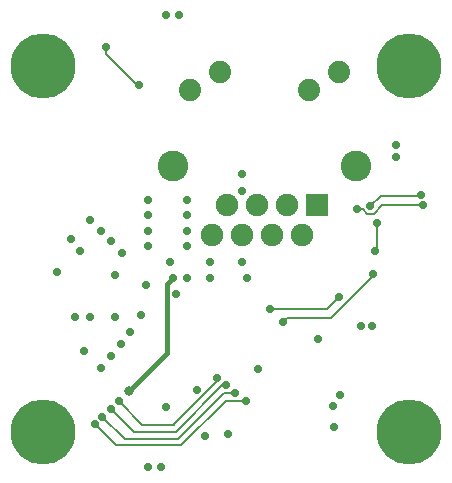
<source format=gbr>
%TF.GenerationSoftware,KiCad,Pcbnew,8.0.3*%
%TF.CreationDate,2024-11-27T21:51:57-05:00*%
%TF.ProjectId,Ethernet HAT,45746865-726e-4657-9420-4841542e6b69,rev?*%
%TF.SameCoordinates,Original*%
%TF.FileFunction,Copper,L4,Bot*%
%TF.FilePolarity,Positive*%
%FSLAX46Y46*%
G04 Gerber Fmt 4.6, Leading zero omitted, Abs format (unit mm)*
G04 Created by KiCad (PCBNEW 8.0.3) date 2024-11-27 21:51:57*
%MOMM*%
%LPD*%
G01*
G04 APERTURE LIST*
%TA.AperFunction,ComponentPad*%
%ADD10C,5.500000*%
%TD*%
%TA.AperFunction,ComponentPad*%
%ADD11C,1.890000*%
%TD*%
%TA.AperFunction,ComponentPad*%
%ADD12R,1.900000X1.900000*%
%TD*%
%TA.AperFunction,ComponentPad*%
%ADD13C,1.900000*%
%TD*%
%TA.AperFunction,ComponentPad*%
%ADD14C,2.600000*%
%TD*%
%TA.AperFunction,ViaPad*%
%ADD15C,0.700000*%
%TD*%
%TA.AperFunction,ViaPad*%
%ADD16C,0.800000*%
%TD*%
%TA.AperFunction,Conductor*%
%ADD17C,0.200000*%
%TD*%
%TA.AperFunction,Conductor*%
%ADD18C,0.400000*%
%TD*%
G04 APERTURE END LIST*
D10*
%TO.P,H2,1*%
%TO.N,N/C*%
X165500000Y-115500000D03*
%TD*%
%TO.P,H4,1*%
%TO.N,N/C*%
X165500000Y-84500000D03*
%TD*%
%TO.P,H1,1*%
%TO.N,N/C*%
X134500000Y-84500000D03*
%TD*%
%TO.P,H3,1*%
%TO.N,N/C*%
X134500000Y-115500000D03*
%TD*%
D11*
%TO.P,J1,L1,LEDY_A*%
%TO.N,+3.3V*%
X146900000Y-86570000D03*
%TO.P,J1,L2,LEDY_K*%
%TO.N,Net-(J1-LEDY_K)*%
X149440000Y-85050000D03*
%TO.P,J1,L3,LEDG_K*%
%TO.N,Net-(J1-LEDG_K)*%
X157010000Y-86570000D03*
%TO.P,J1,L4,LEDG_A*%
%TO.N,+3.3V*%
X159550000Y-85050000D03*
D12*
%TO.P,J1,R1,TD+*%
%TO.N,/TD+*%
X157670000Y-96290000D03*
D13*
%TO.P,J1,R2,TD-*%
%TO.N,/TD-*%
X156400000Y-98830000D03*
%TO.P,J1,R3,RD+*%
%TO.N,/RD+*%
X155130000Y-96290000D03*
%TO.P,J1,R4,TCT*%
%TO.N,TCT*%
X153860000Y-98830000D03*
%TO.P,J1,R5,RCT*%
%TO.N,RCT*%
X152590000Y-96290000D03*
%TO.P,J1,R6,RD-*%
%TO.N,/RD-*%
X151320000Y-98830000D03*
%TO.P,J1,R7,NC*%
%TO.N,unconnected-(J1-NC-PadR7)*%
X150050000Y-96290000D03*
%TO.P,J1,R8,GND*%
%TO.N,GND*%
X148780000Y-98830000D03*
D14*
%TO.P,J1,SH,SHIELD*%
X161000000Y-93000000D03*
X145450000Y-93000000D03*
%TD*%
D15*
%TO.N,Net-(U1-ACTLED)*%
X140900000Y-112900000D03*
%TO.N,GND*%
X144900000Y-80200000D03*
X146000000Y-80200000D03*
%TO.N,Net-(D2-A)*%
X142600000Y-86100000D03*
X139800000Y-82900000D03*
%TO.N,Net-(U1-ACTLED)*%
X149200000Y-110900000D03*
%TO.N,Net-(U1-DUPLED)*%
X140197216Y-113550000D03*
X149975526Y-111563384D03*
%TO.N,Net-(U1-LINKLED)*%
X139500000Y-114200000D03*
X150765872Y-112211675D03*
%TO.N,Net-(U1-SPDLED)*%
X138898780Y-114869731D03*
X151638325Y-112861675D03*
%TO.N,GND*%
X146700000Y-97150000D03*
X164400000Y-92200000D03*
X143400000Y-95850000D03*
X157800000Y-107600000D03*
X137651901Y-100151902D03*
X143400000Y-99800000D03*
X139351901Y-98451901D03*
X137974235Y-108625765D03*
X140600000Y-105800000D03*
X146700000Y-102450000D03*
X164400000Y-91200000D03*
X136832319Y-99133005D03*
X147544546Y-111958556D03*
X150100000Y-115700000D03*
X143400000Y-98450000D03*
X148204011Y-115811059D03*
X145200000Y-101150000D03*
X159600000Y-112400000D03*
X152700000Y-110200000D03*
X151300000Y-93650000D03*
X143200000Y-103040000D03*
X151340380Y-101140380D03*
X159100000Y-115100000D03*
X148600000Y-101150000D03*
X146700000Y-99800000D03*
X135650000Y-102000000D03*
X138450000Y-105800000D03*
X140243474Y-109056525D03*
X146700000Y-98450000D03*
X140271140Y-99371141D03*
X144870245Y-113371679D03*
X137150000Y-105800000D03*
X146700000Y-95850000D03*
X139424235Y-110075765D03*
X141870001Y-107006094D03*
X151755380Y-102450000D03*
X141140380Y-100340380D03*
X140600000Y-102200000D03*
X138432660Y-97532664D03*
X145734620Y-103784620D03*
X141062714Y-108037286D03*
X143400000Y-97150000D03*
X142750000Y-105590380D03*
X151300000Y-95100000D03*
X148600000Y-102450000D03*
%TO.N,3V3A*%
X145500000Y-102450000D03*
D16*
X141800000Y-112000000D03*
D15*
%TO.N,+3.3V*%
X143400000Y-118500000D03*
X144500000Y-118500000D03*
X161400000Y-106500000D03*
X159000000Y-113300000D03*
X162300000Y-106500000D03*
%TO.N,AUX4*%
X162400000Y-102100000D03*
X154800000Y-106200000D03*
%TO.N,ETH_CS*%
X162600000Y-100150000D03*
X162765073Y-97850001D03*
%TO.N,AUX1*%
X166500000Y-95400000D03*
X162200000Y-96400000D03*
%TO.N,AUX5*%
X166611632Y-96293053D03*
X161100000Y-96650000D03*
%TO.N,AUX6*%
X159509620Y-104109620D03*
X153688298Y-105088298D03*
%TD*%
D17*
%TO.N,Net-(U1-SPDLED)*%
X146200000Y-116600000D02*
X149938325Y-112861675D01*
X149938325Y-112861675D02*
X151638325Y-112861675D01*
X140629049Y-116600000D02*
X146200000Y-116600000D01*
X138898780Y-114869731D02*
X140629049Y-116600000D01*
%TO.N,Net-(U1-LINKLED)*%
X150246474Y-112211675D02*
X150765872Y-112211675D01*
X150244765Y-112213384D02*
X150246474Y-112211675D01*
X145900000Y-116100000D02*
X149786616Y-112213384D01*
X141400000Y-116100000D02*
X145900000Y-116100000D01*
X139500000Y-114200000D02*
X141400000Y-116100000D01*
X149786616Y-112213384D02*
X150244765Y-112213384D01*
%TO.N,Net-(U1-DUPLED)*%
X149636616Y-111563384D02*
X149975526Y-111563384D01*
X145700000Y-115500000D02*
X149636616Y-111563384D01*
X140197216Y-113550000D02*
X140250000Y-113550000D01*
X140250000Y-113550000D02*
X142200000Y-115500000D01*
X142200000Y-115500000D02*
X145700000Y-115500000D01*
%TO.N,Net-(U1-ACTLED)*%
X149200000Y-111222341D02*
X149200000Y-110900000D01*
X145600000Y-114900000D02*
X145600000Y-114822341D01*
X145600000Y-114822341D02*
X149200000Y-111222341D01*
X140900000Y-112900000D02*
X142900000Y-114900000D01*
X142900000Y-114900000D02*
X145600000Y-114900000D01*
%TO.N,Net-(D2-A)*%
X139800000Y-83500000D02*
X142400000Y-86100000D01*
X139800000Y-82900000D02*
X139800000Y-83500000D01*
X142400000Y-86100000D02*
X142600000Y-86100000D01*
D18*
%TO.N,3V3A*%
X144984620Y-108815380D02*
X144984620Y-102965380D01*
X144984620Y-102965380D02*
X145500000Y-102450000D01*
X141800000Y-112000000D02*
X144984620Y-108815380D01*
D17*
%TO.N,AUX4*%
X158850000Y-105850000D02*
X155150000Y-105850000D01*
X162400000Y-102100000D02*
X162400000Y-102300000D01*
X162400000Y-102300000D02*
X158850000Y-105850000D01*
X155150000Y-105850000D02*
X154800000Y-106200000D01*
%TO.N,ETH_CS*%
X162600000Y-100100000D02*
X162600000Y-100150000D01*
X162765073Y-97850001D02*
X162765073Y-99934927D01*
X162765073Y-99934927D02*
X162600000Y-100100000D01*
%TO.N,AUX1*%
X166400000Y-95500000D02*
X163100000Y-95500000D01*
X163100000Y-95500000D02*
X162200000Y-96400000D01*
X166500000Y-95400000D02*
X166400000Y-95500000D01*
%TO.N,AUX5*%
X163219239Y-96300000D02*
X166604685Y-96300000D01*
X162469239Y-97050000D02*
X163219239Y-96300000D01*
X161100000Y-96650000D02*
X161530761Y-96650000D01*
X166604685Y-96300000D02*
X166611632Y-96293053D01*
X161930761Y-97050000D02*
X162469239Y-97050000D01*
X161530761Y-96650000D02*
X161930761Y-97050000D01*
%TO.N,AUX6*%
X159509620Y-104109620D02*
X158530942Y-105088298D01*
X158530942Y-105088298D02*
X153688298Y-105088298D01*
%TD*%
M02*

</source>
